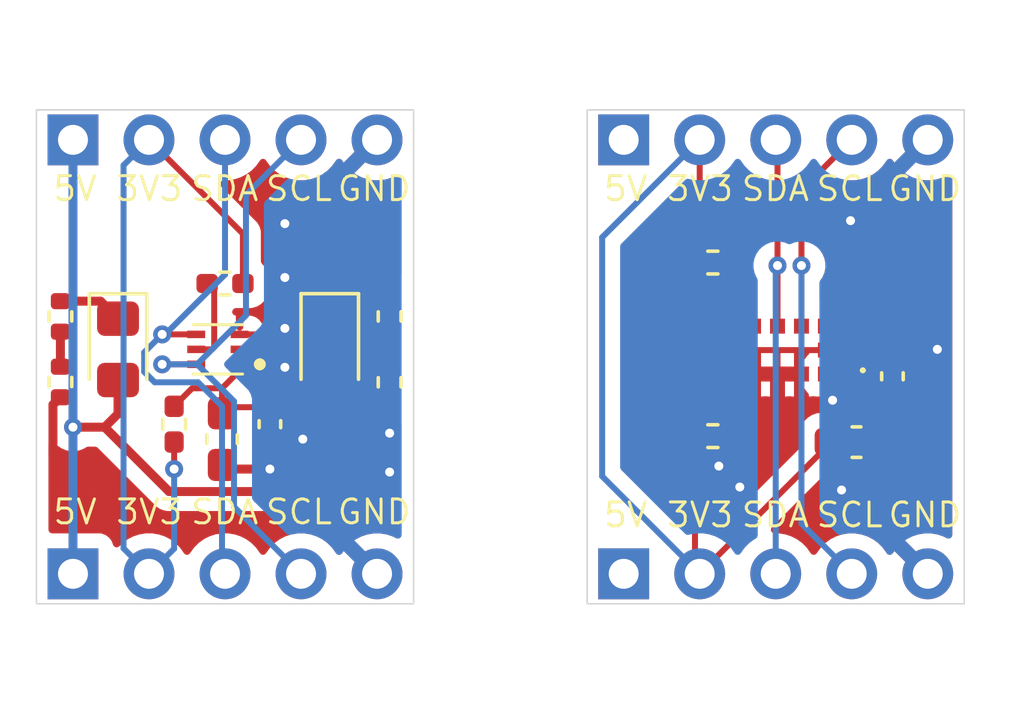
<source format=kicad_pcb>
(kicad_pcb (version 20241229) (generator "pcbnew") (generator_version "9.0")
  (layers (0 "F.Cu" mixed) (2 "B.Cu" signal) (13 "F.Paste" user) (15 "B.Paste" user) (5 "F.SilkS" user "F.Silkscreen") (7 "B.SilkS" user "B.Silkscreen") (1 "F.Mask" user) (3 "B.Mask" user) (25 "Edge.Cuts" user))
  (net 0 "")
  (net 1 "+3.3V")
  (net 2 "/scl")
  (net 3 "GND")
  (net 4 "+5V")
  (net 5 "/sda")
  (net 6 "Net-(IC2-VDD)")
  (net 7 "Net-(IC1-XSHUT)")
  (net 9 "Net-(IC1-GPIO1)")
  (net 10 "Net-(IC2-~{INT})")
  (net 12 "Net-(D1-K)")
  (net 13 "Net-(D2-K)")
  (net 14 "Net-(R17-Pad2)")
  (net 15 "Net-(R18-Pad2)")
  (footprint "Capacitor_SMD:C_0402_1005Metric_Pad0.74x0.62mm_HandSolder" (layer "F.Cu") (at 109.7 114.6 -90)
    (property "Reference" "C5" (hide yes))
    (property "Value" "0.1u")
    (fp_line (start -0.115835 0.36) (end 0.115835 0.36) (stroke (width 0.12)) (layer "F.SilkS"))
    (fp_line (start -0.115835 -0.36) (end 0.115835 -0.36) (stroke (width 0.12)) (layer "F.SilkS"))
    (pad "1" smd roundrect (at -0.5675 0 270) (size 0.735 0.62) (layers "F.Cu" "F.Mask" "F.Paste") (net 6 "Net-(IC2-VDD)"))
    (pad "2" smd roundrect (at 0.5675 0 270) (size 0.735 0.62) (layers "F.Cu" "F.Mask" "F.Paste") (net 3 "GND"))
  )
  (footprint "Resistor_SMD:R_0402_1005Metric_Pad0.72x0.64mm_HandSolder" (layer "F.Cu") (at 124.5 115)
    (property "Reference" "R21" (hide yes))
    (property "Value" "10k")
    (fp_line (start -0.167621 -0.38) (end 0.167621 -0.38) (stroke (width 0.12)) (layer "F.SilkS"))
    (fp_line (start -0.167621 0.38) (end 0.167621 0.38) (stroke (width 0.12)) (layer "F.SilkS"))
    (pad "1" smd roundrect (at -0.5975 0) (size 0.715 0.64) (layers "F.Cu" "F.Mask" "F.Paste") (net 1 "+3.3V"))
    (pad "2" smd roundrect (at 0.5975 0) (size 0.715 0.64) (layers "F.Cu" "F.Mask" "F.Paste") (net 7 "Net-(IC1-XSHUT)"))
  )
  (footprint "Resistor_SMD:R_0402_1005Metric_Pad0.72x0.64mm_HandSolder" (layer "F.Cu") (at 106.5 114.6 -90)
    (property "Reference" "R15" (hide yes))
    (property "Value" "100")
    (fp_line (start -0.167621 0.38) (end 0.167621 0.38) (stroke (width 0.12)) (layer "F.SilkS"))
    (fp_line (start -0.167621 -0.38) (end 0.167621 -0.38) (stroke (width 0.12)) (layer "F.SilkS"))
    (pad "1" smd roundrect (at -0.5975 0 270) (size 0.715 0.64) (layers "F.Cu" "F.Mask" "F.Paste") (net 6 "Net-(IC2-VDD)"))
    (pad "2" smd roundrect (at 0.5975 0 270) (size 0.715 0.64) (layers "F.Cu" "F.Mask" "F.Paste") (net 1 "+3.3V"))
  )
  (footprint "Resistor_SMD:R_0402_1005Metric_Pad0.72x0.64mm_HandSolder" (layer "F.Cu") (at 124.5 109.2 180)
    (property "Reference" "R20" (hide yes))
    (property "Value" "10k")
    (fp_line (start -0.167621 0.38) (end 0.167621 0.38) (stroke (width 0.12)) (layer "F.SilkS"))
    (fp_line (start -0.167621 -0.38) (end 0.167621 -0.38) (stroke (width 0.12)) (layer "F.SilkS"))
    (pad "1" smd roundrect (at -0.5975 0 180) (size 0.715 0.64) (layers "F.Cu" "F.Mask" "F.Paste") (net 9 "Net-(IC1-GPIO1)"))
    (pad "2" smd roundrect (at 0.5975 0 180) (size 0.715 0.64) (layers "F.Cu" "F.Mask" "F.Paste") (net 1 "+3.3V"))
  )
  (footprint "Capacitor_SMD:C_0603_1608Metric_Pad1.08x0.95mm_HandSolder" (layer "F.Cu") (at 108.1 115.1 -90)
    (property "Reference" "C4" (hide yes))
    (property "Value" "1u")
    (fp_line (start -0.146267 0.51) (end 0.146267 0.51) (stroke (width 0.12)) (layer "F.SilkS"))
    (fp_line (start -0.146267 -0.51) (end 0.146267 -0.51) (stroke (width 0.12)) (layer "F.SilkS"))
    (pad "1" smd roundrect (at -0.8625 0 270) (size 1.075 0.95) (layers "F.Cu" "F.Mask" "F.Paste") (net 6 "Net-(IC2-VDD)"))
    (pad "2" smd roundrect (at 0.8625 0 270) (size 1.075 0.95) (layers "F.Cu" "F.Mask" "F.Paste") (net 3 "GND"))
  )
  (footprint "Capacitor_SMD:C_0603_1608Metric_Pad1.08x0.95mm_HandSolder" (layer "F.Cu") (at 129.3 115.2)
    (property "Reference" "C12" (hide yes))
    (property "Value" "4.7u")
    (fp_line (start -0.146267 -0.51) (end 0.146267 -0.51) (stroke (width 0.12)) (layer "F.SilkS"))
    (fp_line (start -0.146267 0.51) (end 0.146267 0.51) (stroke (width 0.12)) (layer "F.SilkS"))
    (pad "1" smd roundrect (at -0.8625 0) (size 1.075 0.95) (layers "F.Cu" "F.Mask" "F.Paste") (net 1 "+3.3V"))
    (pad "2" smd roundrect (at 0.8625 0) (size 1.075 0.95) (layers "F.Cu" "F.Mask" "F.Paste") (net 3 "GND"))
  )
  (footprint "Resistor_SMD:R_0402_1005Metric_Pad0.72x0.64mm_HandSolder" (layer "F.Cu") (at 108.2 109.9 180)
    (property "Reference" "R16" (hide yes))
    (property "Value" "4.7k")
    (fp_line (start -0.167621 0.38) (end 0.167621 0.38) (stroke (width 0.12)) (layer "F.SilkS"))
    (fp_line (start -0.167621 -0.38) (end 0.167621 -0.38) (stroke (width 0.12)) (layer "F.SilkS"))
    (pad "1" smd roundrect (at -0.5975 0 180) (size 0.715 0.64) (layers "F.Cu" "F.Mask" "F.Paste") (net 1 "+3.3V"))
    (pad "2" smd roundrect (at 0.5975 0 180) (size 0.715 0.64) (layers "F.Cu" "F.Mask" "F.Paste") (net 10 "Net-(IC2-~{INT})"))
  )
  (footprint "Capacitor_SMD:C_0402_1005Metric_Pad0.74x0.62mm_HandSolder" (layer "F.Cu") (at 130.5 113 90)
    (property "Reference" "C11" (hide yes))
    (property "Value" "0.1u")
    (fp_line (start -0.115835 -0.36) (end 0.115835 -0.36) (stroke (width 0.12)) (layer "F.SilkS"))
    (fp_line (start -0.115835 0.36) (end 0.115835 0.36) (stroke (width 0.12)) (layer "F.SilkS"))
    (pad "1" smd roundrect (at -0.5675 0 90) (size 0.735 0.62) (layers "F.Cu" "F.Mask" "F.Paste") (net 1 "+3.3V"))
    (pad "2" smd roundrect (at 0.5675 0 90) (size 0.735 0.62) (layers "F.Cu" "F.Mask" "F.Paste") (net 3 "GND"))
  )
  (footprint "Resistor_SMD:R_0402_1005Metric" (layer "F.Cu") (at 113.7 113.2 -90)
    (property "Reference" "R30" (hide yes))
    (property "Value" "120")
    (fp_line (start -0.153641 0.38) (end 0.153641 0.38) (stroke (width 0.12)) (layer "F.SilkS"))
    (fp_line (start -0.153641 -0.38) (end 0.153641 -0.38) (stroke (width 0.12)) (layer "F.SilkS"))
    (pad "1" smd roundrect (at -0.51 0 270) (size 0.54 0.64) (layers "F.Cu" "F.Mask" "F.Paste") (net 14 "Net-(R17-Pad2)"))
    (pad "2" smd roundrect (at 0.51 0 270) (size 0.54 0.64) (layers "F.Cu" "F.Mask" "F.Paste") (net 3 "GND"))
  )
  (footprint "Connector_PinHeader_2.54mm:PinHeader_1x05_P2.54mm_Vertical" (layer "F.Cu") (at 121.52 119.6 90)
    (property "Reference" "J4" (hide yes))
    (property "Value" "Conn_01x05")
    (pad "1" thru_hole rect (at 0 0 90) (size 1.7 1.7) (drill 1) (layers "*.Cu" "*.Mask") (net 4 "+5V"))
    (pad "2" thru_hole circle (at 0 2.54 90) (size 1.7 1.7) (drill 1) (layers "*.Cu" "*.Mask") (net 1 "+3.3V"))
    (pad "3" thru_hole circle (at 0 5.08 90) (size 1.7 1.7) (drill 1) (layers "*.Cu" "*.Mask") (net 5 "/sda"))
    (pad "4" thru_hole circle (at 0 7.62 90) (size 1.7 1.7) (drill 1) (layers "*.Cu" "*.Mask") (net 2 "/scl"))
    (pad "5" thru_hole circle (at 0 10.16 90) (size 1.7 1.7) (drill 1) (layers "*.Cu" "*.Mask") (net 3 "GND"))
  )
  (footprint "Connector_PinHeader_2.54mm:PinHeader_1x05_P2.54mm_Vertical" (layer "F.Cu") (at 103.12 105.1 90)
    (property "Reference" "J4" (hide yes))
    (property "Value" "Conn_01x05")
    (pad "1" thru_hole rect (at 0 0 90) (size 1.7 1.7) (drill 1) (layers "*.Cu" "*.Mask") (net 4 "+5V"))
    (pad "2" thru_hole circle (at 0 2.54 90) (size 1.7 1.7) (drill 1) (layers "*.Cu" "*.Mask") (net 1 "+3.3V"))
    (pad "3" thru_hole circle (at 0 5.08 90) (size 1.7 1.7) (drill 1) (layers "*.Cu" "*.Mask") (net 5 "/sda"))
    (pad "4" thru_hole circle (at 0 7.62 90) (size 1.7 1.7) (drill 1) (layers "*.Cu" "*.Mask") (net 2 "/scl"))
    (pad "5" thru_hole circle (at 0 10.16 90) (size 1.7 1.7) (drill 1) (layers "*.Cu" "*.Mask") (net 3 "GND"))
  )
  (footprint "Connector_PinHeader_2.54mm:PinHeader_1x05_P2.54mm_Vertical" (layer "F.Cu") (at 103.12 119.6 90)
    (property "Reference" "J4" (hide yes))
    (property "Value" "Conn_01x05")
    (pad "1" thru_hole rect (at 0 0 90) (size 1.7 1.7) (drill 1) (layers "*.Cu" "*.Mask") (net 4 "+5V"))
    (pad "2" thru_hole circle (at 0 2.54 90) (size 1.7 1.7) (drill 1) (layers "*.Cu" "*.Mask") (net 1 "+3.3V"))
    (pad "3" thru_hole circle (at 0 5.08 90) (size 1.7 1.7) (drill 1) (layers "*.Cu" "*.Mask") (net 5 "/sda"))
    (pad "4" thru_hole circle (at 0 7.62 90) (size 1.7 1.7) (drill 1) (layers "*.Cu" "*.Mask") (net 2 "/scl"))
    (pad "5" thru_hole circle (at 0 10.16 90) (size 1.7 1.7) (drill 1) (layers "*.Cu" "*.Mask") (net 3 "GND"))
  )
  (footprint "Resistor_SMD:R_0402_1005Metric" (layer "F.Cu") (at 102.7 111 -90)
    (property "Reference" "R18" (hide yes))
    (property "Value" "120")
    (fp_line (start -0.153641 0.38) (end 0.153641 0.38) (stroke (width 0.12)) (layer "F.SilkS"))
    (fp_line (start -0.153641 -0.38) (end 0.153641 -0.38) (stroke (width 0.12)) (layer "F.SilkS"))
    (pad "1" smd roundrect (at -0.51 0 270) (size 0.54 0.64) (layers "F.Cu" "F.Mask" "F.Paste") (net 13 "Net-(D2-K)"))
    (pad "2" smd roundrect (at 0.51 0 270) (size 0.54 0.64) (layers "F.Cu" "F.Mask" "F.Paste") (net 15 "Net-(R18-Pad2)"))
  )
  (footprint "VL53L4CD:VL53L4CDV0DH1" (layer "F.Cu") (at 126.66 112.125)
    (property "Reference" "IC1" (hide yes))
    (property "Value" "VL53L4CDV0DH_1" (hide yes))
    (fp_line (start 2.8 0.675) (end 2.8 0.675) (stroke (width 0.1)) (layer "F.SilkS"))
    (fp_line (start 2.9 0.675) (end 2.9 0.675) (stroke (width 0.1)) (layer "F.SilkS"))
    (fp_arc (start 2.8 0.675) (mid 2.85 0.625) (end 2.9 0.675) (stroke (width 0.1)) (layer "F.SilkS"))
    (fp_arc (start 2.9 0.675) (mid 2.85 0.725) (end 2.8 0.675) (stroke (width 0.1)) (layer "F.SilkS"))
    (pad "1" smd rect (at 1.64 0.675 90) (size 0.25 0.58) (layers "F.Cu" "F.Mask" "F.Paste") (net 1 "+3.3V"))
    (pad "2" smd rect (at 0.8 0.8 90) (size 0.5 0.5) (layers "F.Cu" "F.Mask" "F.Paste") (net 3 "GND"))
    (pad "3" smd rect (at 0 0.8 90) (size 0.5 0.5) (layers "F.Cu" "F.Mask" "F.Paste") (net 3 "GND"))
    (pad "4" smd rect (at -0.8 0.8 90) (size 0.5 0.5) (layers "F.Cu" "F.Mask" "F.Paste") (net 3 "GND"))
    (pad "5" smd rect (at -1.6 0.8 90) (size 0.5 0.5) (layers "F.Cu" "F.Mask" "F.Paste") (net 7 "Net-(IC1-XSHUT)"))
    (pad "6" smd rect (at -1.6 0 90) (size 0.5 0.5) (layers "F.Cu" "F.Mask" "F.Paste") (net 3 "GND"))
    (pad "7" smd rect (at -1.6 -0.8 90) (size 0.5 0.5) (layers "F.Cu" "F.Mask" "F.Paste") (net 9 "Net-(IC1-GPIO1)"))
    (pad "8" smd rect (at -0.8 -0.8 90) (size 0.5 0.5) (layers "F.Cu" "F.Mask" "F.Paste"))
    (pad "9" smd rect (at 0 -0.8 90) (size 0.5 0.5) (layers "F.Cu" "F.Mask" "F.Paste") (net 5 "/sda"))
    (pad "10" smd rect (at 0.8 -0.8 90) (size 0.5 0.5) (layers "F.Cu" "F.Mask" "F.Paste") (net 2 "/scl"))
    (pad "11" smd rect (at 1.6 -0.8 90) (size 0.5 0.5) (layers "F.Cu" "F.Mask" "F.Paste") (net 1 "+3.3V"))
    (pad "12" smd rect (at 1.6 -0.001 90) (size 0.5 0.5) (layers "F.Cu" "F.Mask" "F.Paste") (net 3 "GND"))
    (pad "13" smd rect (at 1.6 0.925 90) (size 0.25 0.5) (layers "F.Cu" "F.Mask" "F.Paste") (net 1 "+3.3V"))
  )
  (footprint "ISL29125:ISL29125IROZT7" (layer "F.Cu") (at 107.9625 112.1 180)
    (property "Reference" "IC2" (hide yes))
    (property "Value" "ISL29125IROZ-T7" (hide yes))
    (fp_line (start -0.825 0.825) (end 0.825 0.825) (stroke (width 0.1)) (layer "F.SilkS"))
    (fp_line (start -0.825 -0.825) (end 0.825 -0.825) (stroke (width 0.1)) (layer "F.SilkS"))
    (fp_line (start -1.4 -0.4) (end -1.4 -0.4) (stroke (width 0.2)) (layer "F.SilkS"))
    (fp_line (start -1.4 -0.6) (end -1.4 -0.6) (stroke (width 0.2)) (layer "F.SilkS"))
    (fp_arc (start -1.4 -0.4) (mid -1.5 -0.5) (end -1.4 -0.6) (stroke (width 0.2)) (layer "F.SilkS"))
    (fp_arc (start -1.4 -0.6) (mid -1.3 -0.5) (end -1.4 -0.4) (stroke (width 0.2)) (layer "F.SilkS"))
    (pad "1" smd rect (at -0.65 -0.5 270) (size 0.25 0.75) (layers "F.Cu" "F.Mask" "F.Paste") (net 6 "Net-(IC2-VDD)"))
    (pad "2" smd rect (at -0.725 0 270) (size 0.25 0.6) (layers "F.Cu" "F.Mask" "F.Paste"))
    (pad "3" smd rect (at -0.725 0.5 270) (size 0.25 0.6) (layers "F.Cu" "F.Mask" "F.Paste") (net 3 "GND"))
    (pad "4" smd rect (at 0.725 0.5 270) (size 0.25 0.6) (layers "F.Cu" "F.Mask" "F.Paste") (net 5 "/sda"))
    (pad "5" smd rect (at 0.725 0 270) (size 0.25 0.6) (layers "F.Cu" "F.Mask" "F.Paste") (net 10 "Net-(IC2-~{INT})"))
    (pad "6" smd rect (at 0.725 -0.5 270) (size 0.25 0.6) (layers "F.Cu" "F.Mask" "F.Paste") (net 2 "/scl"))
  )
  (footprint "Resistor_SMD:R_0402_1005Metric" (layer "F.Cu") (at 102.7 113.19 -90)
    (property "Reference" "R32" (hide yes))
    (property "Value" "120" (hide yes))
    (fp_line (start -0.153641 0.38) (end 0.153641 0.38) (stroke (width 0.12)) (layer "F.SilkS"))
    (fp_line (start -0.153641 -0.38) (end 0.153641 -0.38) (stroke (width 0.12)) (layer "F.SilkS"))
    (pad "1" smd roundrect (at -0.51 0 270) (size 0.54 0.64) (layers "F.Cu" "F.Mask" "F.Paste") (net 15 "Net-(R18-Pad2)"))
    (pad "2" smd roundrect (at 0.51 0 270) (size 0.54 0.64) (layers "F.Cu" "F.Mask" "F.Paste") (net 3 "GND"))
  )
  (footprint "Resistor_SMD:R_0402_1005Metric" (layer "F.Cu") (at 113.7 111 -90)
    (property "Reference" "R17" (hide yes))
    (property "Value" "120")
    (fp_line (start -0.153641 0.38) (end 0.153641 0.38) (stroke (width 0.12)) (layer "F.SilkS"))
    (fp_line (start -0.153641 -0.38) (end 0.153641 -0.38) (stroke (width 0.12)) (layer "F.SilkS"))
    (pad "1" smd roundrect (at -0.51 0 270) (size 0.54 0.64) (layers "F.Cu" "F.Mask" "F.Paste") (net 12 "Net-(D1-K)"))
    (pad "2" smd roundrect (at 0.51 0 270) (size 0.54 0.64) (layers "F.Cu" "F.Mask" "F.Paste") (net 14 "Net-(R17-Pad2)"))
  )
  (footprint "LED_SMD:LED_0805_2012Metric_Pad1.15x1.40mm_HandSolder" (layer "F.Cu") (at 111.7 112.1 -90)
    (property "Reference" "D1" (hide yes))
    (property "Value" "WHITE")
    (fp_line (start -1.86 0.96) (end 1 0.96) (stroke (width 0.12)) (layer "F.SilkS"))
    (fp_line (start -1.86 -0.96) (end -1.86 0.96) (stroke (width 0.12)) (layer "F.SilkS"))
    (fp_line (start 1 -0.96) (end -1.86 -0.96) (stroke (width 0.12)) (layer "F.SilkS"))
    (pad "1" smd roundrect (at -1.025 0 270) (size 1.15 1.4) (layers "F.Cu" "F.Mask" "F.Paste") (roundrect_rratio 0.217391) (net 12 "Net-(D1-K)"))
    (pad "2" smd roundrect (at 1.025 0 270) (size 1.15 1.4) (layers "F.Cu" "F.Mask" "F.Paste") (roundrect_rratio 0.217391) (net 4 "+5V"))
  )
  (footprint "LED_SMD:LED_0805_2012Metric_Pad1.15x1.40mm_HandSolder" (layer "F.Cu") (at 104.625 112.1 -90)
    (property "Reference" "D2" (hide yes))
    (property "Value" "WHITE" (hide yes))
    (fp_line (start -1.86 0.96) (end 1 0.96) (stroke (width 0.12)) (layer "F.SilkS"))
    (fp_line (start -1.86 -0.96) (end -1.86 0.96) (stroke (width 0.12)) (layer "F.SilkS"))
    (fp_line (start 1 -0.96) (end -1.86 -0.96) (stroke (width 0.12)) (layer "F.SilkS"))
    (pad "1" smd roundrect (at -1.025 0 270) (size 1.15 1.4) (layers "F.Cu" "F.Mask" "F.Paste") (roundrect_rratio 0.217391) (net 13 "Net-(D2-K)"))
    (pad "2" smd roundrect (at 1.025 0 270) (size 1.15 1.4) (layers "F.Cu" "F.Mask" "F.Paste") (roundrect_rratio 0.217391) (net 4 "+5V"))
  )
  (footprint "Connector_PinHeader_2.54mm:PinHeader_1x05_P2.54mm_Vertical" (layer "F.Cu") (at 121.52 105.1 90)
    (property "Reference" "J4" (hide yes))
    (property "Value" "Conn_01x05")
    (pad "1" thru_hole rect (at 0 0 90) (size 1.7 1.7) (drill 1) (layers "*.Cu" "*.Mask") (net 4 "+5V"))
    (pad "2" thru_hole circle (at 0 2.54 90) (size 1.7 1.7) (drill 1) (layers "*.Cu" "*.Mask") (net 1 "+3.3V"))
    (pad "3" thru_hole circle (at 0 5.08 90) (size 1.7 1.7) (drill 1) (layers "*.Cu" "*.Mask") (net 5 "/sda"))
    (pad "4" thru_hole circle (at 0 7.62 90) (size 1.7 1.7) (drill 1) (layers "*.Cu" "*.Mask") (net 2 "/scl"))
    (pad "5" thru_hole circle (at 0 10.16 90) (size 1.7 1.7) (drill 1) (layers "*.Cu" "*.Mask") (net 3 "GND"))
  )
  (gr_rect (start 101.9 104.1) (end 114.5 120.6) (stroke (width 0.05)) (fill no) (layer "Edge.Cuts"))
  (gr_rect (start 120.3 104.1) (end 132.9 120.6) (stroke (width 0.05)) (fill no) (layer "Edge.Cuts"))
  (gr_text "3V3" (at 104.5 118 0) (layer "F.SilkS") (effects (font (size 0.8 0.8) (thickness 0.1) (bold yes)) (justify left bottom)))
  (gr_text "SDA" (at 125.4 118.1 0) (layer "F.SilkS") (effects (font (size 0.8 0.8) (thickness 0.1) (bold yes)) (justify left bottom)))
  (gr_text "GND\n" (at 111.9 118 0) (layer "F.SilkS") (effects (font (size 0.8 0.8) (thickness 0.1) (bold yes)) (justify left bottom)))
  (gr_text "5V" (at 102.4 107.2 0) (layer "F.SilkS") (effects (font (size 0.8 0.8) (thickness 0.1) (bold yes)) (justify left bottom)))
  (gr_text "SCL\n" (at 109.5 107.2 0) (layer "F.SilkS") (effects (font (size 0.8 0.8) (thickness 0.1) (bold yes)) (justify left bottom)))
  (gr_text "5V" (at 102.4 118 0) (layer "F.SilkS") (effects (font (size 0.8 0.8) (thickness 0.1) (bold yes)) (justify left bottom)))
  (gr_text "3V3" (at 122.9 118.1 0) (layer "F.SilkS") (effects (font (size 0.8 0.8) (thickness 0.1) (bold yes)) (justify left bottom)))
  (gr_text "5V" (at 120.8 118.1 0) (layer "F.SilkS") (effects (font (size 0.8 0.8) (thickness 0.1) (bold yes)) (justify left bottom)))
  (gr_text "SCL\n" (at 127.9 107.2 0) (layer "F.SilkS") (effects (font (size 0.8 0.8) (thickness 0.1) (bold yes)) (justify left bottom)))
  (gr_text "5V" (at 120.8 107.2 0) (layer "F.SilkS") (effects (font (size 0.8 0.8) (thickness 0.1) (bold yes)) (justify left bottom)))
  (gr_text "SCL\n" (at 109.5 118 0) (layer "F.SilkS") (effects (font (size 0.8 0.8) (thickness 0.1) (bold yes)) (justify left bottom)))
  (gr_text "SCL\n" (at 127.9 118.1 0) (layer "F.SilkS") (effects (font (size 0.8 0.8) (thickness 0.1) (bold yes)) (justify left bottom)))
  (gr_text "GND\n" (at 130.3 107.2 0) (layer "F.SilkS") (effects (font (size 0.8 0.8) (thickness 0.1) (bold yes)) (justify left bottom)))
  (gr_text "SDA" (at 125.4 107.2 0) (layer "F.SilkS") (effects (font (size 0.8 0.8) (thickness 0.1) (bold yes)) (justify left bottom)))
  (gr_text "GND\n" (at 130.3 118.1 0) (layer "F.SilkS") (effects (font (size 0.8 0.8) (thickness 0.1) (bold yes)) (justify left bottom)))
  (gr_text "3V3" (at 104.5 107.2 0) (layer "F.SilkS") (effects (font (size 0.8 0.8) (thickness 0.1) (bold yes)) (justify left bottom)))
  (gr_text "SDA" (at 107 118 0) (layer "F.SilkS") (effects (font (size 0.8 0.8) (thickness 0.1) (bold yes)) (justify left bottom)))
  (gr_text "GND\n" (at 111.9 107.2 0) (layer "F.SilkS") (effects (font (size 0.8 0.8) (thickness 0.1) (bold yes)) (justify left bottom)))
  (gr_text "3V3" (at 122.9 107.2 0) (layer "F.SilkS") (effects (font (size 0.8 0.8) (thickness 0.1) (bold yes)) (justify left bottom)))
  (gr_text "SDA" (at 107 107.2 0) (layer "F.SilkS") (effects (font (size 0.8 0.8) (thickness 0.1) (bold yes)) (justify left bottom)))
  (segment (start 130.5 113.5675) (end 129.8795 113.5675) (width 0.2) (layer "F.Cu") (net 1))
  (segment (start 124.06 109.0425) (end 123.9025 109.2) (width 0.2) (layer "F.Cu") (net 1))
  (segment (start 123.9025 118.9425) (end 124.06 119.1) (width 0.2) (layer "F.Cu") (net 1))
  (segment (start 106.5 115.1975) (end 106.5 116.1) (width 0.2) (layer "F.Cu") (net 1))
  (segment (start 128.563 111.325) (end 128.811 111.573) (width 0.2) (layer "F.Cu") (net 1))
  (segment (start 124.06 119.6) (end 128.4375 115.2225) (width 0.2) (layer "F.Cu") (net 1))
  (segment (start 124.06 105.1) (end 124.06 109.0425) (width 0.2) (layer "F.Cu") (net 1))
  (segment (start 128.4375 115.0095) (end 129.8795 113.5675) (width 0.2) (layer "F.Cu") (net 1))
  (segment (start 128.811 112.499) (end 128.26 113.05) (width 0.2) (layer "F.Cu") (net 1))
  (segment (start 105.66 105.1) (end 108.7975 108.2375) (width 0.2) (layer "F.Cu") (net 1))
  (segment (start 128.811 111.573) (end 128.811 112.499) (width 0.2) (layer "F.Cu") (net 1))
  (segment (start 129.8795 113.5675) (end 128.811 112.499) (width 0.2) (layer "F.Cu") (net 1))
  (segment (start 123.9025 119.4425) (end 124.06 119.6) (width 0.2) (layer "F.Cu") (net 1))
  (segment (start 108.7975 108.2375) (end 108.7975 109.9) (width 0.2) (layer "F.Cu") (net 1))
  (segment (start 128.4375 115.2225) (end 128.4375 115.2) (width 0.2) (layer "F.Cu") (net 1))
  (segment (start 128.26 111.325) (end 128.563 111.325) (width 0.2) (layer "F.Cu") (net 1))
  (segment (start 123.9025 115) (end 123.9025 119.4425) (width 0.2) (layer "F.Cu") (net 1))
  (segment (start 128.4375 115.2) (end 128.4375 115.0095) (width 0.2) (layer "F.Cu") (net 1))
  (via (at 106.5 116.1) (size 0.6) (drill 0.3) (layers "F.Cu" "B.Cu") (net 1))
  (segment (start 120.801 108.359) (end 120.801 116.341) (width 0.2) (layer "B.Cu") (net 1))
  (segment (start 120.801 116.341) (end 124.06 119.6) (width 0.2) (layer "B.Cu") (net 1))
  (segment (start 104.81 118.75) (end 105.66 119.6) (width 0.2) (layer "B.Cu") (net 1))
  (segment (start 104.81 105.95) (end 104.81 118.75) (width 0.2) (layer "B.Cu") (net 1))
  (segment (start 106.5 118.76) (end 105.66 119.6) (width 0.2) (layer "B.Cu") (net 1))
  (segment (start 105.66 105.1) (end 104.81 105.95) (width 0.2) (layer "B.Cu") (net 1))
  (segment (start 124.06 105.1) (end 120.801 108.359) (width 0.2) (layer "B.Cu") (net 1))
  (segment (start 106.5 116.1) (end 106.5 118.76) (width 0.2) (layer "B.Cu") (net 1))
  (segment (start 127.46 106.78) (end 129.14 105.1) (width 0.2) (layer "F.Cu") (net 2))
  (segment (start 127.46 111.325) (end 127.46 109.3) (width 0.2) (layer "F.Cu") (net 2))
  (segment (start 127.46 109.3) (end 127.46 106.78) (width 0.2) (layer "F.Cu") (net 2))
  (segment (start 107.2375 112.6) (end 106.1 112.6) (width 0.2) (layer "F.Cu") (net 2))
  (via (at 106.1 112.6) (size 0.6) (drill 0.3) (layers "F.Cu" "B.Cu") (net 2))
  (via (at 127.46 109.3) (size 0.6) (drill 0.3) (layers "F.Cu" "B.Cu") (net 2))
  (segment (start 108.501 113.8339) (end 108.501 117.361) (width 0.2) (layer "B.Cu") (net 2))
  (segment (start 108.9 110.9671) (end 108.9 106.94) (width 0.2) (layer "B.Cu") (net 2))
  (segment (start 108.9 106.94) (end 110.74 105.1) (width 0.2) (layer "B.Cu") (net 2))
  (segment (start 106.1 112.6) (end 107 112.6) (width 0.2) (layer "B.Cu") (net 2))
  (segment (start 107.2671 112.6) (end 108.501 113.8339) (width 0.2) (layer "B.Cu") (net 2))
  (segment (start 107.2671 112.6) (end 108.9 110.9671) (width 0.2) (layer "B.Cu") (net 2))
  (segment (start 107.2671 112.6) (end 107 112.6) (width 0.2) (layer "B.Cu") (net 2))
  (segment (start 127.46 117.92) (end 129.14 119.6) (width 0.2) (layer "B.Cu") (net 2))
  (segment (start 127.46 109.3) (end 127.46 117.92) (width 0.2) (layer "B.Cu") (net 2))
  (segment (start 108.501 117.361) (end 110.74 119.6) (width 0.2) (layer "B.Cu") (net 2))
  (segment (start 125.86 112.185) (end 125.8 112.125) (width 0.2) (layer "F.Cu") (net 3))
  (segment (start 108.6875 111.6) (end 110 111.6) (width 0.2) (layer "F.Cu") (net 3))
  (segment (start 108.2375 116.1) (end 108.1 115.9625) (width 0.3) (layer "F.Cu") (net 3))
  (segment (start 109.7 116.1) (end 108.2375 116.1) (width 0.3) (layer "F.Cu") (net 3))
  (segment (start 125.8 112.125) (end 126.6 112.125) (width 0.2) (layer "F.Cu") (net 3))
  (segment (start 110 111.6) (end 110.2 111.4) (width 0.2) (layer "F.Cu") (net 3))
  (segment (start 127.5 112.125) (end 128.259 112.125) (width 0.2) (layer "F.Cu") (net 3))
  (segment (start 127.46 112.165) (end 127.5 112.125) (width 0.2) (layer "F.Cu") (net 3))
  (segment (start 127.46 112.925) (end 127.46 112.165) (width 0.2) (layer "F.Cu") (net 3))
  (segment (start 126.66 112.925) (end 126.66 112.185) (width 0.2) (layer "F.Cu") (net 3))
  (segment (start 102.7 113.7) (end 102.451 113.949) (width 0.3) (layer "F.Cu") (net 3))
  (segment (start 102.451 113.949) (end 102.451 115.7) (width 0.3) (layer "F.Cu") (net 3))
  (segment (start 128.259 112.125) (end 128.26 112.124) (width 0.2) (layer "F.Cu") (net 3))
  (segment (start 126.66 112.185) (end 126.6 112.125) (width 0.2) (layer "F.Cu") (net 3))
  (segment (start 125.86 112.925) (end 125.86 112.185) (width 0.2) (layer "F.Cu") (net 3))
  (segment (start 125.06 112.125) (end 125.8 112.125) (width 0.2) (layer "F.Cu") (net 3))
  (segment (start 126.6 112.125) (end 127.5 112.125) (width 0.2) (layer "F.Cu") (net 3))
  (via (at 124.7 116) (size 0.6) (drill 0.3) (layers "F.Cu" "B.Cu") (net 3))
  (via (at 125.4 116.7) (size 0.6) (drill 0.3) (layers "F.Cu" "B.Cu") (net 3))
  (via (at 109.7 116.1) (size 0.6) (drill 0.3) (layers "F.Cu" "B.Cu") (net 3))
  (via (at 113.7 114.9) (size 0.6) (drill 0.3) (layers "F.Cu" "B.Cu") (net 3))
  (via (at 132 112.1) (size 0.6) (drill 0.3) (layers "F.Cu" "B.Cu") (net 3))
  (via (at 113.7 116.2) (size 0.6) (drill 0.3) (layers "F.Cu" "B.Cu") (net 3))
  (via (at 110.2 107.9) (size 0.6) (drill 0.3) (layers "F.Cu" "B.Cu") (net 3))
  (via (at 128.5 113.8) (size 0.6) (drill 0.3) (layers "F.Cu" "B.Cu") (net 3))
  (via (at 110.2 112.7) (size 0.6) (drill 0.3) (layers "F.Cu" "B.Cu") (net 3))
  (via (at 110.8 115.1) (size 0.6) (drill 0.3) (layers "F.Cu" "B.Cu") (net 3))
  (via (at 110.2 111.4) (size 0.6) (drill 0.3) (layers "F.Cu" "B.Cu") (net 3))
  (via (at 129.1 107.8) (size 0.6) (drill 0.3) (layers "F.Cu" "B.Cu") (net 3))
  (via (at 110.2 109.7) (size 0.6) (drill 0.3) (layers "F.Cu" "B.Cu") (net 3))
  (via (at 128.8 116.8) (size 0.6) (drill 0.3) (layers "F.Cu" "B.Cu") (net 3))
  (segment (start 111.7 115.7) (end 111.7 113.125) (width 0.3) (layer "F.Cu") (net 4))
  (segment (start 103.12 114.7) (end 104.179346 114.7) (width 0.3) (layer "F.Cu") (net 4))
  (segment (start 104.625 114.254346) (end 104.179346 114.7) (width 0.3) (layer "F.Cu") (net 4))
  (segment (start 106.330346 116.851) (end 110.549 116.851) (width 0.3) (layer "F.Cu") (net 4))
  (segment (start 103.12 119.1) (end 103.12 119.08) (width 0.3) (layer "F.Cu") (net 4))
  (segment (start 104.179346 114.7) (end 106.330346 116.851) (width 0.3) (layer "F.Cu") (net 4))
  (segment (start 121.52 119.1) (end 121.52 119.08) (width 0.3) (layer "F.Cu") (net 4))
  (segment (start 110.549 116.851) (end 111.7 115.7) (width 0.3) (layer "F.Cu") (net 4))
  (segment (start 104.625 113.125) (end 104.625 114.254346) (width 0.3) (layer "F.Cu") (net 4))
  (via (at 103.12 114.7) (size 0.6) (drill 0.3) (layers "F.Cu" "B.Cu") (net 4))
  (segment (start 103.12 105.1) (end 103.12 114.7) (width 0.3) (layer "B.Cu") (net 4))
  (segment (start 103.12 114.7) (end 103.12 119.6) (width 0.3) (layer "B.Cu") (net 4))
  (segment (start 107.2375 111.6) (end 106.1 111.6) (width 0.2) (layer "F.Cu") (net 5))
  (segment (start 126.66 105.16) (end 126.6 105.1) (width 0.2) (layer "F.Cu") (net 5))
  (segment (start 126.66 111.325) (end 126.66 109.3) (width 0.2) (layer "F.Cu") (net 5))
  (segment (start 126.66 109.3) (end 126.66 105.16) (width 0.2) (layer "F.Cu") (net 5))
  (via (at 126.66 109.3) (size 0.6) (drill 0.3) (layers "F.Cu" "B.Cu") (net 5))
  (via (at 106.1 111.6) (size 0.6) (drill 0.3) (layers "F.Cu" "B.Cu") (net 5))
  (segment (start 108.1 114) (end 108.1 119.5) (width 0.2) (layer "B.Cu") (net 5))
  (segment (start 106.2 111.6) (end 106.1 111.6) (width 0.2) (layer "B.Cu") (net 5))
  (segment (start 108.1 119.5) (end 108.2 119.6) (width 0.2) (layer "B.Cu") (net 5))
  (segment (start 126.5 119) (end 126.6 119.1) (width 0.2) (layer "B.Cu") (net 5))
  (segment (start 126.66 109.3) (end 126.6 109.36) (width 0.2) (layer "B.Cu") (net 5))
  (segment (start 105.850057 113.2) (end 107.3 113.2) (width 0.2) (layer "B.Cu") (net 5))
  (segment (start 105.499 112.201) (end 105.499 112.848943) (width 0.2) (layer "B.Cu") (net 5))
  (segment (start 105.499 112.848943) (end 105.850057 113.2) (width 0.2) (layer "B.Cu") (net 5))
  (segment (start 108.1 119) (end 108.2 119.1) (width 0.2) (layer "B.Cu") (net 5))
  (segment (start 107.3 113.2) (end 108.1 114) (width 0.2) (layer "B.Cu") (net 5))
  (segment (start 108.2 109.6) (end 106.2 111.6) (width 0.2) (layer "B.Cu") (net 5))
  (segment (start 106.1 111.6) (end 105.499 112.201) (width 0.2) (layer "B.Cu") (net 5))
  (segment (start 126.6 109.36) (end 126.6 119.6) (width 0.2) (layer "B.Cu") (net 5))
  (segment (start 108.2 105.1) (end 108.2 109.6) (width 0.2) (layer "B.Cu") (net 5))
  (segment (start 108.6125 112.6) (end 108.6125 112.8875) (width 0.2) (layer "F.Cu") (net 6))
  (segment (start 108.1 113.4) (end 108.1 114.2375) (width 0.2) (layer "F.Cu") (net 6))
  (segment (start 108.6125 112.8875) (end 108.1 113.4) (width 0.2) (layer "F.Cu") (net 6))
  (segment (start 106.5 114) (end 106.5 114.0025) (width 0.2) (layer "F.Cu") (net 6))
  (segment (start 107.1 113.4) (end 106.5 114) (width 0.2) (layer "F.Cu") (net 6))
  (segment (start 109.7 114.0325) (end 108.305 114.0325) (width 0.2) (layer "F.Cu") (net 6))
  (segment (start 108.305 114.0325) (end 108.1 114.2375) (width 0.2) (layer "F.Cu") (net 6))
  (segment (start 108.1 113.4) (end 107.1 113.4) (width 0.2) (layer "F.Cu") (net 6))
  (segment (start 125.06 114.9625) (end 125.0975 115) (width 0.2) (layer "F.Cu") (net 7))
  (segment (start 125.06 112.925) (end 125.06 114.9625) (width 0.2) (layer "F.Cu") (net 7))
  (segment (start 125.06 109.2375) (end 125.0975 109.2) (width 0.2) (layer "F.Cu") (net 9))
  (segment (start 125.06 111.325) (end 125.06 109.2375) (width 0.2) (layer "F.Cu") (net 9))
  (segment (start 107.7645 112.1) (end 107.8385 112.026) (width 0.2) (layer "F.Cu") (net 10))
  (segment (start 107.2375 112.1) (end 107.7645 112.1) (width 0.2) (layer "F.Cu") (net 10))
  (segment (start 107.8385 110.136) (end 107.6025 109.9) (width 0.2) (layer "F.Cu") (net 10))
  (segment (start 107.8385 112.026) (end 107.8385 110.136) (width 0.2) (layer "F.Cu") (net 10))
  (segment (start 111.7 111.075) (end 112.025 111.075) (width 0.2) (layer "F.Cu") (net 12))
  (segment (start 112.285 110.49) (end 111.7 111.075) (width 0.3) (layer "F.Cu") (net 12))
  (segment (start 113.7 110.49) (end 112.285 110.49) (width 0.3) (layer "F.Cu") (net 12))
  (segment (start 102.7 110.49) (end 104.04 110.49) (width 0.3) (layer "F.Cu") (net 13))
  (segment (start 104.625 111.075) (end 104.175 111.075) (width 0.2) (layer "F.Cu") (net 13))
  (segment (start 104.04 110.49) (end 104.625 111.075) (width 0.3) (layer "F.Cu") (net 13))
  (segment (start 113.7 111.51) (end 113.7 112.69) (width 0.3) (layer "F.Cu") (net 14))
  (segment (start 102.7 112.68) (end 102.7 111.51) (width 0.3) (layer "F.Cu") (net 15))
  (zone (net 3) (net_name "GND") (layers "F.Cu" "B.Cu") (priority 1) (connect_pads (clearance 0.5)) (min_thickness 0.25) (fill yes (thermal_gap 0.5) (thermal_bridge_width 0.5))
    (polygon (pts (xy 120.3 104.1) (xy 132.9 104.1) (xy 132.9 120.1) (xy 120.3 120.1)))
  )
  (zone (net 3) (net_name "GND") (layers "F.Cu" "B.Cu") (priority 1) (connect_pads (clearance 0.5)) (min_thickness 0.25) (fill yes (thermal_gap 0.5) (thermal_bridge_width 0.5))
    (polygon (pts (xy 101.9 104.1) (xy 114.5 104.1) (xy 114.5 120.1) (xy 101.9 120.1)))
  )
)
</source>
